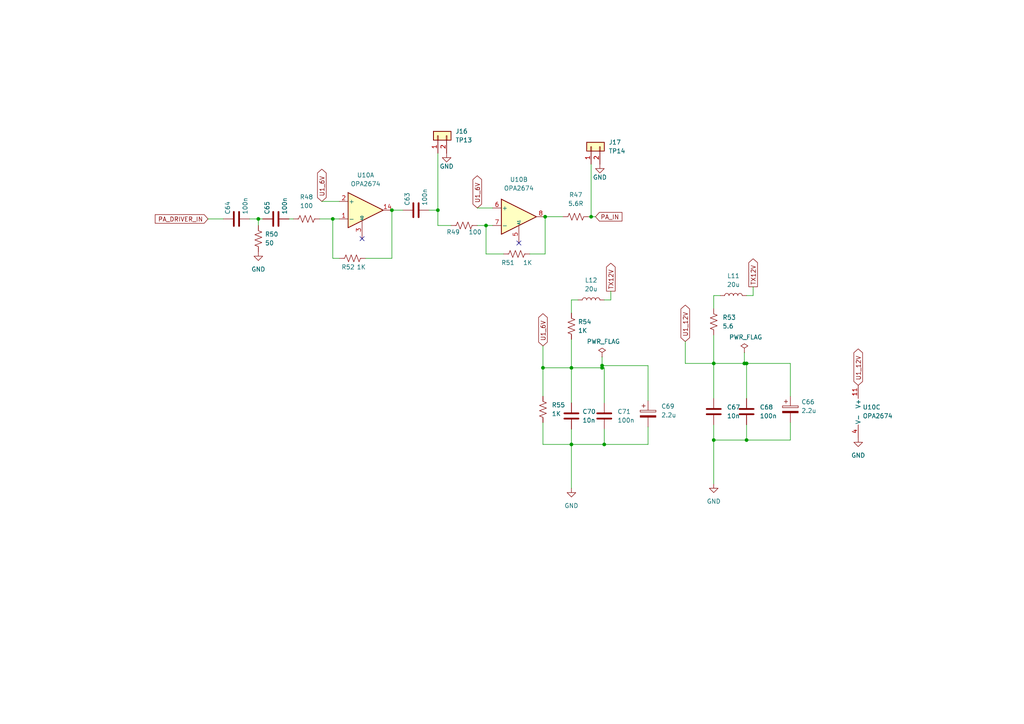
<source format=kicad_sch>
(kicad_sch (version 20211123) (generator eeschema)
  (paper "A4")
  (lib_symbols
    (symbol "Connector_Generic:Conn_01x02" (pin_names (offset 1.016) hide)
      (property "Reference" "J" (at 0 2.54 0))
      (property "Value" "Conn_01x02" (at 0 -5.08 0))
      (symbol "Conn_01x02_1_1"
        (rectangle (start -1.27 -2.413) (end 0 -2.667) (stroke (width 0.1524)))
        (rectangle (start -1.27 0.127) (end 0 -0.127) (stroke (width 0.1524)))
        (rectangle (start -1.27 1.27) (end 1.27 -3.81) (stroke (width 0.254)) (fill (type background)))
        (pin passive line (at -5.08 0 0) (length 3.81) (name "Pin_1") (number "1"))
        (pin passive line (at -5.08 -2.54 0) (length 3.81) (name "Pin_2") (number "2"))
      )
    )
    (symbol "Custom_RF:OPA2674I-14" (pin_names (offset 0.127))
      (property "Reference" "U" (at 0 5.08 0))
      (property "Value" "OPA2674I-14" (at 6.35 -2.54 0))
      (symbol "OPA2674I-14_1_1"
        (polyline (pts (xy -5.08 5.08) (xy 5.08 0) (xy -5.08 -5.08) (xy -5.08 5.08)) (stroke (width 0.254)) (fill (type background)))
        (pin input line (at -7.62 -2.54 0) (length 2.54) (name "-") (number "1"))
        (pin no_connect line (at 0 -2.54 90) (length 2.54) hide (name "NC") (number "10"))
        (pin output line (at 7.62 0 180) (length 2.54) (name "~") (number "14"))
        (pin input line (at -7.62 2.54 0) (length 2.54) (name "+") (number "2"))
        (pin input line (at -1.0272 -8.2657 90) (length 5.08) (name "A0") (number "3"))
        (pin no_connect line (at -2.54 -2.54 90) (length 2.54) hide (name "NC") (number "9"))
      )
      (symbol "OPA2674I-14_2_1"
        (polyline (pts (xy -5.08 5.08) (xy 5.08 0) (xy -5.08 -5.08) (xy -5.08 5.08)) (stroke (width 0.254)) (fill (type background)))
        (pin no_connect line (at -2.54 -2.54 90) (length 2.54) hide (name "NC") (number "12"))
        (pin no_connect line (at 0 -2.54 90) (length 2.54) hide (name "NC") (number "13"))
        (pin input line (at 0 -7.62 90) (length 5.08) (name "~{DIS_B}") (number "5"))
        (pin input line (at -7.62 2.54 0) (length 2.54) (name "+") (number "6"))
        (pin input line (at -7.62 -2.54 0) (length 2.54) (name "-") (number "7"))
        (pin output line (at 7.62 0 180) (length 2.54) (name "~") (number "8"))
      )
      (symbol "OPA2674I-14_3_1"
        (pin power_in line (at -2.54 7.62 270) (length 3.81) (name "V+") (number "11"))
        (pin power_in line (at -2.54 -7.62 90) (length 3.81) (name "V-") (number "4"))
      )
    )
    (symbol "Device:C" (pin_numbers hide) (pin_names (offset 0.254))
      (property "Reference" "C" (at 0.635 2.54 0))
      (property "Value" "C" (at 0.635 -2.54 0))
      (symbol "C_0_1"
        (polyline (pts (xy -2.032 -0.762) (xy 2.032 -0.762)) (stroke (width 0.508)))
        (polyline (pts (xy -2.032 0.762) (xy 2.032 0.762)) (stroke (width 0.508)))
      )
      (symbol "C_1_1"
        (pin passive line (at 0 3.81 270) (length 2.794) (name "~") (number "1"))
        (pin passive line (at 0 -3.81 90) (length 2.794) (name "~") (number "2"))
      )
    )
    (symbol "Device:C_Polarized" (pin_numbers hide) (pin_names (offset 0.254))
      (property "Reference" "C" (at 0.635 2.54 0))
      (property "Value" "C_Polarized" (at 0.635 -2.54 0))
      (symbol "C_Polarized_0_1"
        (rectangle (start -2.286 0.508) (end 2.286 1.016))
        (polyline (pts (xy -1.778 2.286) (xy -0.762 2.286)))
        (polyline (pts (xy -1.27 2.794) (xy -1.27 1.778)))
        (rectangle (start 2.286 -0.508) (end -2.286 -1.016) (fill (type outline)))
      )
      (symbol "C_Polarized_1_1"
        (pin passive line (at 0 3.81 270) (length 2.794) (name "~") (number "1"))
        (pin passive line (at 0 -3.81 90) (length 2.794) (name "~") (number "2"))
      )
    )
    (symbol "Device:L" (pin_numbers hide) (pin_names (offset 1.016) hide)
      (property "Reference" "L" (at -1.27 0 90))
      (property "Value" "L" (at 1.905 0 90))
      (symbol "L_0_1"
        (arc (start 0 -2.54) (mid 0.635 -1.905) (end 0 -1.27))
        (arc (start 0 -1.27) (mid 0.635 -0.635) (end 0 0))
        (arc (start 0 0) (mid 0.635 0.635) (end 0 1.27))
        (arc (start 0 1.27) (mid 0.635 1.905) (end 0 2.54))
      )
      (symbol "L_1_1"
        (pin passive line (at 0 3.81 270) (length 1.27) (name "1") (number "1"))
        (pin passive line (at 0 -3.81 90) (length 1.27) (name "2") (number "2"))
      )
    )
    (symbol "Device:R_US" (pin_numbers hide) (pin_names (offset 0))
      (property "Reference" "R" (at 2.54 0 90))
      (property "Value" "R_US" (at -2.54 0 90))
      (symbol "R_US_0_1"
        (polyline (pts (xy 0 -2.286) (xy 0 -2.54)))
        (polyline (pts (xy 0 2.286) (xy 0 2.54)))
        (polyline (pts (xy 0 -0.762) (xy 1.016 -1.143) (xy 0 -1.524) (xy -1.016 -1.905) (xy 0 -2.286)))
        (polyline (pts (xy 0 0.762) (xy 1.016 0.381) (xy 0 0) (xy -1.016 -0.381) (xy 0 -0.762)))
        (polyline (pts (xy 0 2.286) (xy 1.016 1.905) (xy 0 1.524) (xy -1.016 1.143) (xy 0 0.762)))
      )
      (symbol "R_US_1_1"
        (pin passive line (at 0 3.81 270) (length 1.27) (name "~") (number "1"))
        (pin passive line (at 0 -3.81 90) (length 1.27) (name "~") (number "2"))
      )
    )
    (symbol "OPA2674I-14_1" (pin_names (offset 0.127))
      (property "Reference" "U1" (at 0 10.795 0))
      (property "Value" "OPA2674I-14" (at 0 8.255 0))
      (symbol "OPA2674I-14_1_1_1"
        (polyline (pts (xy -5.08 5.08) (xy 5.08 0) (xy -5.08 -5.08) (xy -5.08 5.08)) (stroke (width 0.254)) (fill (type background)))
        (pin input line (at -7.62 -2.54 0) (length 2.54) (name "-") (number "1"))
        (pin no_connect line (at 0 -2.54 90) (length 2.54) hide (name "NC") (number "10"))
        (pin output line (at 7.62 0 180) (length 2.54) (name "~") (number "14"))
        (pin input line (at -7.62 2.54 0) (length 2.54) (name "+") (number "2"))
        (pin input line (at -1.0272 -8.2657 90) (length 5.08) (name "A0") (number "3"))
        (pin no_connect line (at -2.54 -2.54 90) (length 2.54) hide (name "NC") (number "9"))
      )
      (symbol "OPA2674I-14_1_2_1"
        (polyline (pts (xy -5.08 5.08) (xy 5.08 0) (xy -5.08 -5.08) (xy -5.08 5.08)) (stroke (width 0.254)) (fill (type background)))
        (pin no_connect line (at -2.54 -2.54 90) (length 2.54) hide (name "NC") (number "12"))
        (pin no_connect line (at 0 -2.54 90) (length 2.54) hide (name "NC") (number "13"))
        (pin input line (at 0 -7.62 90) (length 5.08) (name "A1") (number "5"))
        (pin input line (at -7.62 2.54 0) (length 2.54) (name "+") (number "6"))
        (pin input line (at -7.62 -2.54 0) (length 2.54) (name "-") (number "7"))
        (pin output line (at 7.62 0 180) (length 2.54) (name "~") (number "8"))
      )
      (symbol "OPA2674I-14_1_3_1"
        (pin power_in line (at -2.54 7.62 270) (length 3.81) (name "V+") (number "11"))
        (pin power_in line (at -2.54 -7.62 90) (length 3.81) (name "V-") (number "4"))
      )
    )
    (symbol "power:GND" (power) (pin_names (offset 0))
      (property "Value" "GND" (at 0 -3.81 0))
      (symbol "GND_0_1"
        (polyline (pts (xy 0 0) (xy 0 -1.27) (xy 1.27 -1.27) (xy 0 -2.54) (xy -1.27 -1.27) (xy 0 -1.27)))
      )
      (symbol "GND_1_1"
        (pin power_in line (at 0 0 270) (length 0) hide (name "GND") (number "1"))
      )
    )
    (symbol "power:PWR_FLAG" (power) (pin_numbers hide) (pin_names (offset 0) hide)
      (property "Value" "PWR_FLAG" (at 0 3.81 0))
      (symbol "PWR_FLAG_0_0"
        (pin power_out line (at 0 0 90) (length 0) (name "pwr") (number "1"))
      )
      (symbol "PWR_FLAG_0_1"
        (polyline (pts (xy 0 0) (xy 0 1.27) (xy -1.016 1.905) (xy 0 2.54) (xy 1.016 1.905) (xy 0 1.27)))
      )
    )
  )
  (junction (at 165.735 106.68))
  (junction (at 216.535 105.41))
  (junction (at 127 60.96))
  (junction (at 171.45 62.865))
  (junction (at 175.26 128.905))
  (junction (at 215.9 105.41))
  (junction (at 74.93 63.5))
  (junction (at 207.01 127.635))
  (junction (at 174.625 106.045))
  (junction (at 216.535 127.635))
  (junction (at 207.01 105.41))
  (junction (at 96.52 63.5))
  (junction (at 158.115 62.865))
  (junction (at 113.665 60.96))
  (junction (at 140.97 65.405))
  (junction (at 157.48 106.68))
  (junction (at 165.735 128.905))
  (junction (at 174.625 106.68))
  (no_connect (at 105.0178 69.2257))
  (no_connect (at 150.495 70.485))
  (wire (pts (xy 174.625 106.045) (xy 174.625 106.68)))
  (wire (pts (xy 216.535 105.41) (xy 216.535 115.57)))
  (wire (pts (xy 167.64 86.995) (xy 165.735 86.995)))
  (wire (pts (xy 207.01 105.41) (xy 215.9 105.41)))
  (wire (pts (xy 96.52 63.5) (xy 98.425 63.5)))
  (wire (pts (xy 138.43 60.325) (xy 142.875 60.325)))
  (wire (pts (xy 175.26 124.46) (xy 175.26 128.905)))
  (wire (pts (xy 157.48 106.68) (xy 157.48 114.935)))
  (wire (pts (xy 177.165 84.455) (xy 177.165 86.995)))
  (wire (pts (xy 208.915 85.725) (xy 207.01 85.725)))
  (wire (pts (xy 127 44.45) (xy 127 60.96)))
  (wire (pts (xy 198.755 99.06) (xy 198.755 105.41)))
  (wire (pts (xy 165.735 98.425) (xy 165.735 106.68)))
  (wire (pts (xy 215.9 102.235) (xy 215.9 105.41)))
  (wire (pts (xy 127 65.405) (xy 130.81 65.405)))
  (wire (pts (xy 153.67 73.66) (xy 158.115 73.66)))
  (wire (pts (xy 140.97 73.66) (xy 140.97 65.405)))
  (wire (pts (xy 218.44 85.725) (xy 216.535 85.725)))
  (wire (pts (xy 60.325 63.5) (xy 64.77 63.5)))
  (wire (pts (xy 207.01 127.635) (xy 216.535 127.635)))
  (wire (pts (xy 207.01 123.19) (xy 207.01 127.635)))
  (wire (pts (xy 96.52 63.5) (xy 96.52 74.93)))
  (wire (pts (xy 157.48 100.33) (xy 157.48 106.68)))
  (wire (pts (xy 158.115 62.865) (xy 163.195 62.865)))
  (wire (pts (xy 140.97 65.405) (xy 142.875 65.405)))
  (wire (pts (xy 127 60.96) (xy 124.46 60.96)))
  (wire (pts (xy 98.425 74.93) (xy 96.52 74.93)))
  (wire (pts (xy 229.235 122.555) (xy 229.235 127.635)))
  (wire (pts (xy 165.735 128.905) (xy 165.735 141.605)))
  (wire (pts (xy 207.01 105.41) (xy 198.755 105.41)))
  (wire (pts (xy 187.96 106.045) (xy 187.96 116.205)))
  (wire (pts (xy 175.26 106.68) (xy 175.26 116.84)))
  (wire (pts (xy 177.165 86.995) (xy 175.26 86.995)))
  (wire (pts (xy 207.01 127.635) (xy 207.01 140.335)))
  (wire (pts (xy 174.625 103.505) (xy 174.625 106.045)))
  (wire (pts (xy 207.01 97.155) (xy 207.01 105.41)))
  (wire (pts (xy 165.735 106.68) (xy 157.48 106.68)))
  (wire (pts (xy 138.43 65.405) (xy 140.97 65.405)))
  (wire (pts (xy 127 65.405) (xy 127 60.96)))
  (wire (pts (xy 174.625 106.68) (xy 175.26 106.68)))
  (wire (pts (xy 157.48 128.905) (xy 157.48 122.555)))
  (wire (pts (xy 165.735 124.46) (xy 165.735 128.905)))
  (wire (pts (xy 218.44 83.185) (xy 218.44 85.725)))
  (wire (pts (xy 113.665 60.96) (xy 116.84 60.96)))
  (wire (pts (xy 146.05 73.66) (xy 140.97 73.66)))
  (wire (pts (xy 72.39 63.5) (xy 74.93 63.5)))
  (wire (pts (xy 74.93 63.5) (xy 74.93 65.405)))
  (wire (pts (xy 165.735 106.68) (xy 165.735 116.84)))
  (wire (pts (xy 165.735 106.68) (xy 174.625 106.68)))
  (wire (pts (xy 171.45 62.865) (xy 170.815 62.865)))
  (wire (pts (xy 83.82 63.5) (xy 85.09 63.5)))
  (wire (pts (xy 158.115 62.865) (xy 158.115 73.66)))
  (wire (pts (xy 113.665 60.96) (xy 113.665 74.93)))
  (wire (pts (xy 207.01 85.725) (xy 207.01 89.535)))
  (wire (pts (xy 165.735 86.995) (xy 165.735 90.805)))
  (wire (pts (xy 92.71 63.5) (xy 96.52 63.5)))
  (wire (pts (xy 229.235 127.635) (xy 216.535 127.635)))
  (wire (pts (xy 93.345 58.42) (xy 98.425 58.42)))
  (wire (pts (xy 174.625 106.045) (xy 187.96 106.045)))
  (wire (pts (xy 113.665 74.93) (xy 106.045 74.93)))
  (wire (pts (xy 172.72 62.865) (xy 171.45 62.865)))
  (wire (pts (xy 216.535 123.19) (xy 216.535 127.635)))
  (wire (pts (xy 229.235 114.935) (xy 229.235 105.41)))
  (wire (pts (xy 165.735 128.905) (xy 157.48 128.905)))
  (wire (pts (xy 216.535 105.41) (xy 229.235 105.41)))
  (wire (pts (xy 165.735 128.905) (xy 175.26 128.905)))
  (wire (pts (xy 187.96 128.905) (xy 175.26 128.905)))
  (wire (pts (xy 171.45 47.625) (xy 171.45 62.865)))
  (wire (pts (xy 215.9 105.41) (xy 216.535 105.41)))
  (wire (pts (xy 207.01 105.41) (xy 207.01 115.57)))
  (wire (pts (xy 74.93 63.5) (xy 76.2 63.5)))
  (wire (pts (xy 187.96 123.825) (xy 187.96 128.905)))
  (global_label "PA_IN" (shape input) (at 172.72 62.865 0) (property "Intersheet References" "${INTERSHEET_REFS}" (effects hide)))
  (global_label "U1_12V" (shape bidirectional) (at 198.755 99.06 90) (property "Intersheet References" "${INTERSHEET_REFS}" (effects hide)))
  (global_label "U1_12V" (shape bidirectional) (at 248.92 111.76 90) (property "Intersheet References" "${INTERSHEET_REFS}" (effects hide)))
  (global_label "TX12V" (shape output) (at 177.165 84.455 90) (property "Intersheet References" "${INTERSHEET_REFS}" (effects hide)))
  (global_label "U1_6V" (shape bidirectional) (at 93.345 58.42 90) (property "Intersheet References" "${INTERSHEET_REFS}" (effects hide)))
  (global_label "U1_6V" (shape bidirectional) (at 138.43 60.325 90) (property "Intersheet References" "${INTERSHEET_REFS}" (effects hide)))
  (global_label "U1_6V" (shape bidirectional) (at 157.48 100.33 90) (property "Intersheet References" "${INTERSHEET_REFS}" (effects hide)))
  (global_label "PA_DRIVER_IN" (shape input) (at 60.325 63.5 180) (property "Intersheet References" "${INTERSHEET_REFS}" (effects hide)))
  (global_label "TX12V" (shape output) (at 218.44 83.185 90) (property "Intersheet References" "${INTERSHEET_REFS}" (effects hide)))
  (symbol (lib_id "Device:C") (at 207.01 119.38 0) (unit 1)
    (property "Reference" "C67" (at 210.82 118.1099 0) (effects (justify left)))
    (property "Value" "10n" (at 210.82 120.6499 0) (effects (justify left)))
    (property "Footprint" "Capacitor_SMD:C_1206_3216Metric" (effects hide))
  )
  (symbol (lib_name "OPA2674I-14_1") (lib_id "Custom_RF:OPA2674I-14") (at 150.495 62.865 0) (unit 2)
    (property "Reference" "U10" (at 150.495 52.07 0))
    (property "Value" "OPA2674" (at 150.495 54.61 0))
    (property "Footprint" "Package_SO:SOIC-14_3.9x8.7mm_P1.27mm" (effects hide))
    (property "Datasheet" "http://www.ti.com/lit/ds/sbos224d/sbos224d.pdf" (effects hide))
  )
  (symbol (lib_id "Device:R_US") (at 165.735 94.615 0) (unit 1)
    (property "Reference" "R54" (at 167.64 93.3449 0) (effects (justify left)))
    (property "Value" "1K" (at 167.64 95.8849 0) (effects (justify left)))
    (property "Footprint" "Resistor_SMD:R_1206_3216Metric" (effects hide))
  )
  (symbol (lib_id "Device:C") (at 68.58 63.5 90) (unit 1)
    (property "Reference" "C64" (at 66.04 62.23 0) (effects (justify left)))
    (property "Value" "100n" (at 71.12 62.23 0) (effects (justify left)))
    (property "Footprint" "Capacitor_SMD:C_1206_3216Metric" (effects hide))
  )
  (symbol (lib_id "Device:C") (at 165.735 120.65 0) (unit 1)
    (property "Reference" "C70" (at 168.91 119.3799 0) (effects (justify left)))
    (property "Value" "10n" (at 168.91 121.9199 0) (effects (justify left)))
    (property "Footprint" "Capacitor_SMD:C_1206_3216Metric" (effects hide))
  )
  (symbol (lib_id "Custom_RF:OPA2674I-14") (at 106.045 60.96 0) (unit 1)
    (property "Reference" "U10" (at 106.045 50.8 0))
    (property "Value" "OPA2674" (at 106.045 53.34 0))
    (property "Footprint" "Package_SO:SOIC-14_3.9x8.7mm_P1.27mm" (effects hide))
    (property "Datasheet" "http://www.ti.com/lit/ds/sbos224d/sbos224d.pdf" (effects hide))
  )
  (symbol (lib_id "Device:R_US") (at 74.93 69.215 180) (unit 1)
    (property "Reference" "R50" (at 76.835 67.9449 0) (effects (justify right)))
    (property "Value" "50" (at 76.835 70.4849 0) (effects (justify right)))
    (property "Footprint" "Resistor_SMD:R_1206_3216Metric" (effects hide))
  )
  (symbol (lib_id "Custom_RF:OPA2674I-14") (at 251.46 119.38 0) (unit 3)
    (property "Reference" "U10" (at 250.19 118.1099 0) (effects (justify left)))
    (property "Value" "OPA2674" (at 250.19 120.6499 0) (effects (justify left)))
    (property "Footprint" "Package_SO:SOIC-14_3.9x8.7mm_P1.27mm" (effects hide))
    (property "Datasheet" "http://www.ti.com/lit/ds/sbos224d/sbos224d.pdf" (effects hide))
  )
  (symbol (lib_id "Device:R_US") (at 102.235 74.93 90) (unit 1)
    (property "Reference" "R52" (at 100.965 77.47 90))
    (property "Value" "1K" (at 104.775 77.47 90))
    (property "Footprint" "Resistor_SMD:R_1206_3216Metric" (effects hide))
  )
  (symbol (lib_id "power:GND") (at 173.99 47.625 0) (unit 1)
    (property "Reference" "#PWR0109" (effects hide))
    (property "Value" "GND" (at 173.99 51.435 0))
  )
  (symbol (lib_id "Device:C_Polarized") (at 229.235 118.745 0) (unit 1)
    (property "Reference" "C66" (at 232.41 116.5859 0) (effects (justify left)))
    (property "Value" "2.2u" (at 232.41 119.1259 0) (effects (justify left)))
    (property "Footprint" "Capacitor_THT:CP_Radial_D8.0mm_P2.50mm" (effects hide))
  )
  (symbol (lib_id "Device:C") (at 175.26 120.65 0) (unit 1)
    (property "Reference" "C71" (at 179.07 119.3799 0) (effects (justify left)))
    (property "Value" "100n" (at 179.07 121.9199 0) (effects (justify left)))
    (property "Footprint" "Capacitor_SMD:C_1206_3216Metric" (effects hide))
  )
  (symbol (lib_id "Device:R_US") (at 134.62 65.405 90) (unit 1)
    (property "Reference" "R49" (at 131.445 67.31 90))
    (property "Value" "100" (at 137.795 67.31 90))
    (property "Footprint" "Resistor_SMD:R_1206_3216Metric" (effects hide))
  )
  (symbol (lib_id "Device:R_US") (at 88.9 63.5 90) (unit 1)
    (property "Reference" "R48" (at 88.9 57.15 90))
    (property "Value" "100" (at 88.9 59.69 90))
    (property "Footprint" "Resistor_SMD:R_1206_3216Metric" (effects hide))
  )
  (symbol (lib_id "power:GND") (at 165.735 141.605 0) (unit 1)
    (property "Reference" "#PWR062" (effects hide))
    (property "Value" "GND" (at 165.735 146.685 0))
  )
  (symbol (lib_id "Device:C_Polarized") (at 187.96 120.015 0) (unit 1)
    (property "Reference" "C69" (at 191.77 117.8559 0) (effects (justify left)))
    (property "Value" "2.2u" (at 191.77 120.3959 0) (effects (justify left)))
    (property "Footprint" "Capacitor_THT:CP_Radial_D8.0mm_P2.50mm" (effects hide))
  )
  (symbol (lib_id "power:GND") (at 74.93 73.025 0) (unit 1)
    (property "Reference" "#PWR059" (effects hide))
    (property "Value" "GND" (at 74.93 78.105 0))
  )
  (symbol (lib_id "Device:R_US") (at 207.01 93.345 0) (unit 1)
    (property "Reference" "R53" (at 209.55 92.0749 0) (effects (justify left)))
    (property "Value" "5.6" (at 209.55 94.6149 0) (effects (justify left)))
    (property "Footprint" "Resistor_SMD:R_1206_3216Metric" (effects hide))
  )
  (symbol (lib_id "Connector_Generic:Conn_01x02") (at 171.45 42.545 90) (unit 1)
    (property "Reference" "J17" (at 176.53 41.2749 90) (effects (justify right)))
    (property "Value" "TP14" (at 176.53 43.8149 90) (effects (justify right)))
    (property "Footprint" "Connector_PinSocket_2.54mm:PinSocket_1x02_P2.54mm_Vertical" (effects hide))
  )
  (symbol (lib_id "Device:C") (at 216.535 119.38 0) (unit 1)
    (property "Reference" "C68" (at 220.345 118.1099 0) (effects (justify left)))
    (property "Value" "100n" (at 220.345 120.6499 0) (effects (justify left)))
    (property "Footprint" "Capacitor_SMD:C_1206_3216Metric" (effects hide))
  )
  (symbol (lib_id "Connector_Generic:Conn_01x02") (at 127 39.37 90) (unit 1)
    (property "Reference" "J16" (at 132.08 38.0999 90) (effects (justify right)))
    (property "Value" "TP13" (at 132.08 40.6399 90) (effects (justify right)))
    (property "Footprint" "Connector_PinSocket_2.54mm:PinSocket_1x02_P2.54mm_Vertical" (effects hide))
  )
  (symbol (lib_id "Device:R_US") (at 157.48 118.745 0) (unit 1)
    (property "Reference" "R55" (at 160.02 117.4749 0) (effects (justify left)))
    (property "Value" "1K" (at 160.02 120.0149 0) (effects (justify left)))
    (property "Footprint" "Resistor_SMD:R_1206_3216Metric" (effects hide))
  )
  (symbol (lib_id "Device:C") (at 80.01 63.5 90) (unit 1)
    (property "Reference" "C65" (at 77.47 62.23 0) (effects (justify left)))
    (property "Value" "100n" (at 82.55 62.23 0) (effects (justify left)))
    (property "Footprint" "Capacitor_SMD:C_1206_3216Metric" (effects hide))
  )
  (symbol (lib_id "power:GND") (at 248.92 127 0) (unit 1)
    (property "Reference" "#PWR060" (effects hide))
    (property "Value" "GND" (at 248.92 132.08 0))
  )
  (symbol (lib_id "power:GND") (at 129.54 44.45 0) (unit 1)
    (property "Reference" "#PWR0108" (effects hide))
    (property "Value" "GND" (at 129.54 48.26 0))
  )
  (symbol (lib_id "Device:R_US") (at 167.005 62.865 90) (unit 1)
    (property "Reference" "R47" (at 167.005 56.515 90))
    (property "Value" "5.6R" (at 167.005 59.055 90))
    (property "Footprint" "Resistor_SMD:R_1206_3216Metric" (effects hide))
  )
  (symbol (lib_id "Device:R_US") (at 149.86 73.66 90) (unit 1)
    (property "Reference" "R51" (at 147.32 76.2 90))
    (property "Value" "1K" (at 153.035 76.2 90))
    (property "Footprint" "Resistor_SMD:R_1206_3216Metric" (effects hide))
  )
  (symbol (lib_id "Device:L") (at 171.45 86.995 90) (unit 1)
    (property "Reference" "L12" (at 171.45 81.28 90))
    (property "Value" "20u" (at 171.45 83.82 90))
    (property "Footprint" "Inductor_SMD:L_1206_3216Metric" (effects hide))
  )
  (symbol (lib_id "power:PWR_FLAG") (at 215.9 102.235 0) (unit 1)
    (property "Reference" "#FLG012" (effects hide))
    (property "Value" "PWR_FLAG" (at 211.455 97.79 0) (effects (justify left)))
  )
  (symbol (lib_id "Device:C") (at 120.65 60.96 90) (unit 1)
    (property "Reference" "C63" (at 118.11 59.69 0) (effects (justify left)))
    (property "Value" "100n" (at 123.19 59.69 0) (effects (justify left)))
    (property "Footprint" "Capacitor_SMD:C_1206_3216Metric" (effects hide))
  )
  (symbol (lib_id "power:GND") (at 207.01 140.335 0) (unit 1)
    (property "Reference" "#PWR061" (effects hide))
    (property "Value" "GND" (at 207.01 145.415 0))
  )
  (symbol (lib_id "Device:L") (at 212.725 85.725 90) (unit 1)
    (property "Reference" "L11" (at 212.725 80.01 90))
    (property "Value" "20u" (at 212.725 82.55 90))
    (property "Footprint" "Inductor_SMD:L_1206_3216Metric" (effects hide))
  )
  (symbol (lib_id "power:PWR_FLAG") (at 174.625 103.505 0) (unit 1)
    (property "Reference" "#FLG013" (effects hide))
    (property "Value" "PWR_FLAG" (at 170.18 99.06 0) (effects (justify left)))
  )
)
</source>
